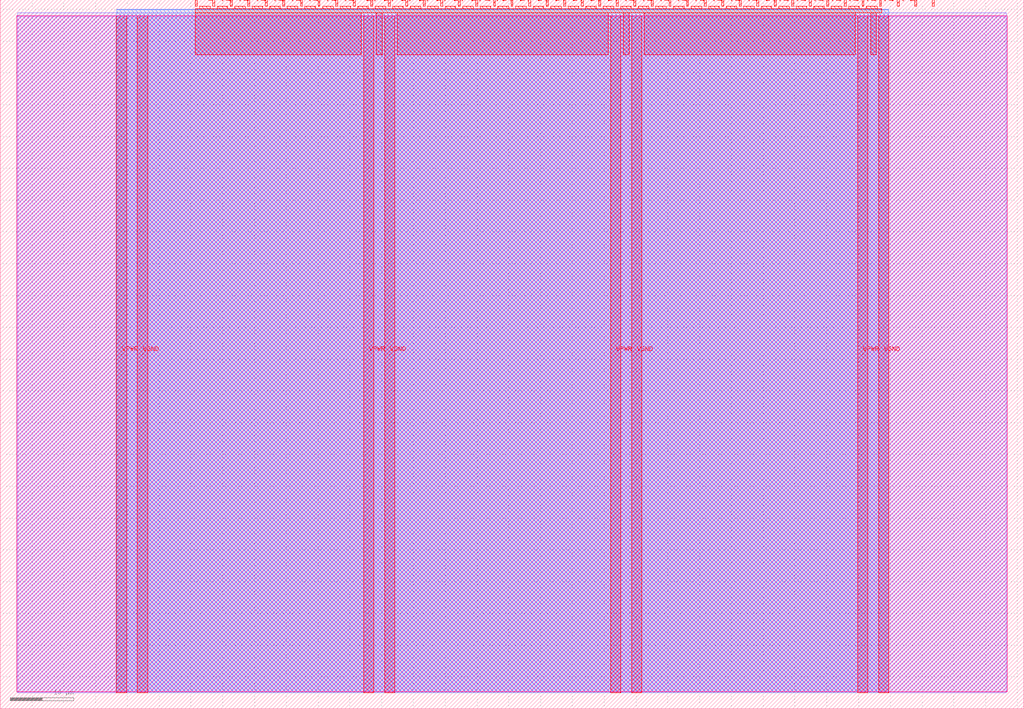
<source format=lef>
VERSION 5.7 ;
  NOWIREEXTENSIONATPIN ON ;
  DIVIDERCHAR "/" ;
  BUSBITCHARS "[]" ;
MACRO tt_um_C_1_4bit_multiplier
  CLASS BLOCK ;
  FOREIGN tt_um_C_1_4bit_multiplier ;
  ORIGIN 0.000 0.000 ;
  SIZE 161.000 BY 111.520 ;
  PIN VGND
    DIRECTION INOUT ;
    USE GROUND ;
    PORT
      LAYER met4 ;
        RECT 21.580 2.480 23.180 109.040 ;
    END
    PORT
      LAYER met4 ;
        RECT 60.450 2.480 62.050 109.040 ;
    END
    PORT
      LAYER met4 ;
        RECT 99.320 2.480 100.920 109.040 ;
    END
    PORT
      LAYER met4 ;
        RECT 138.190 2.480 139.790 109.040 ;
    END
  END VGND
  PIN VPWR
    DIRECTION INOUT ;
    USE POWER ;
    PORT
      LAYER met4 ;
        RECT 18.280 2.480 19.880 109.040 ;
    END
    PORT
      LAYER met4 ;
        RECT 57.150 2.480 58.750 109.040 ;
    END
    PORT
      LAYER met4 ;
        RECT 96.020 2.480 97.620 109.040 ;
    END
    PORT
      LAYER met4 ;
        RECT 134.890 2.480 136.490 109.040 ;
    END
  END VPWR
  PIN clk
    DIRECTION INPUT ;
    USE SIGNAL ;
    PORT
      LAYER met4 ;
        RECT 143.830 110.520 144.130 111.520 ;
    END
  END clk
  PIN ena
    DIRECTION INPUT ;
    USE SIGNAL ;
    PORT
      LAYER met4 ;
        RECT 146.590 110.520 146.890 111.520 ;
    END
  END ena
  PIN rst_n
    DIRECTION INPUT ;
    USE SIGNAL ;
    PORT
      LAYER met4 ;
        RECT 141.070 110.520 141.370 111.520 ;
    END
  END rst_n
  PIN ui_in[0]
    DIRECTION INPUT ;
    USE SIGNAL ;
    ANTENNAGATEAREA 0.213000 ;
    PORT
      LAYER met4 ;
        RECT 138.310 110.520 138.610 111.520 ;
    END
  END ui_in[0]
  PIN ui_in[1]
    DIRECTION INPUT ;
    USE SIGNAL ;
    ANTENNAGATEAREA 0.213000 ;
    PORT
      LAYER met4 ;
        RECT 135.550 110.520 135.850 111.520 ;
    END
  END ui_in[1]
  PIN ui_in[2]
    DIRECTION INPUT ;
    USE SIGNAL ;
    ANTENNAGATEAREA 0.213000 ;
    PORT
      LAYER met4 ;
        RECT 132.790 110.520 133.090 111.520 ;
    END
  END ui_in[2]
  PIN ui_in[3]
    DIRECTION INPUT ;
    USE SIGNAL ;
    ANTENNAGATEAREA 0.213000 ;
    PORT
      LAYER met4 ;
        RECT 130.030 110.520 130.330 111.520 ;
    END
  END ui_in[3]
  PIN ui_in[4]
    DIRECTION INPUT ;
    USE SIGNAL ;
    ANTENNAGATEAREA 0.213000 ;
    PORT
      LAYER met4 ;
        RECT 127.270 110.520 127.570 111.520 ;
    END
  END ui_in[4]
  PIN ui_in[5]
    DIRECTION INPUT ;
    USE SIGNAL ;
    ANTENNAGATEAREA 0.159000 ;
    PORT
      LAYER met4 ;
        RECT 124.510 110.520 124.810 111.520 ;
    END
  END ui_in[5]
  PIN ui_in[6]
    DIRECTION INPUT ;
    USE SIGNAL ;
    ANTENNAGATEAREA 0.213000 ;
    PORT
      LAYER met4 ;
        RECT 121.750 110.520 122.050 111.520 ;
    END
  END ui_in[6]
  PIN ui_in[7]
    DIRECTION INPUT ;
    USE SIGNAL ;
    ANTENNAGATEAREA 0.213000 ;
    PORT
      LAYER met4 ;
        RECT 118.990 110.520 119.290 111.520 ;
    END
  END ui_in[7]
  PIN uio_in[0]
    DIRECTION INPUT ;
    USE SIGNAL ;
    PORT
      LAYER met4 ;
        RECT 116.230 110.520 116.530 111.520 ;
    END
  END uio_in[0]
  PIN uio_in[1]
    DIRECTION INPUT ;
    USE SIGNAL ;
    PORT
      LAYER met4 ;
        RECT 113.470 110.520 113.770 111.520 ;
    END
  END uio_in[1]
  PIN uio_in[2]
    DIRECTION INPUT ;
    USE SIGNAL ;
    PORT
      LAYER met4 ;
        RECT 110.710 110.520 111.010 111.520 ;
    END
  END uio_in[2]
  PIN uio_in[3]
    DIRECTION INPUT ;
    USE SIGNAL ;
    PORT
      LAYER met4 ;
        RECT 107.950 110.520 108.250 111.520 ;
    END
  END uio_in[3]
  PIN uio_in[4]
    DIRECTION INPUT ;
    USE SIGNAL ;
    PORT
      LAYER met4 ;
        RECT 105.190 110.520 105.490 111.520 ;
    END
  END uio_in[4]
  PIN uio_in[5]
    DIRECTION INPUT ;
    USE SIGNAL ;
    PORT
      LAYER met4 ;
        RECT 102.430 110.520 102.730 111.520 ;
    END
  END uio_in[5]
  PIN uio_in[6]
    DIRECTION INPUT ;
    USE SIGNAL ;
    PORT
      LAYER met4 ;
        RECT 99.670 110.520 99.970 111.520 ;
    END
  END uio_in[6]
  PIN uio_in[7]
    DIRECTION INPUT ;
    USE SIGNAL ;
    PORT
      LAYER met4 ;
        RECT 96.910 110.520 97.210 111.520 ;
    END
  END uio_in[7]
  PIN uio_oe[0]
    DIRECTION OUTPUT ;
    USE SIGNAL ;
    PORT
      LAYER met4 ;
        RECT 49.990 110.520 50.290 111.520 ;
    END
  END uio_oe[0]
  PIN uio_oe[1]
    DIRECTION OUTPUT ;
    USE SIGNAL ;
    PORT
      LAYER met4 ;
        RECT 47.230 110.520 47.530 111.520 ;
    END
  END uio_oe[1]
  PIN uio_oe[2]
    DIRECTION OUTPUT ;
    USE SIGNAL ;
    PORT
      LAYER met4 ;
        RECT 44.470 110.520 44.770 111.520 ;
    END
  END uio_oe[2]
  PIN uio_oe[3]
    DIRECTION OUTPUT ;
    USE SIGNAL ;
    PORT
      LAYER met4 ;
        RECT 41.710 110.520 42.010 111.520 ;
    END
  END uio_oe[3]
  PIN uio_oe[4]
    DIRECTION OUTPUT ;
    USE SIGNAL ;
    PORT
      LAYER met4 ;
        RECT 38.950 110.520 39.250 111.520 ;
    END
  END uio_oe[4]
  PIN uio_oe[5]
    DIRECTION OUTPUT ;
    USE SIGNAL ;
    PORT
      LAYER met4 ;
        RECT 36.190 110.520 36.490 111.520 ;
    END
  END uio_oe[5]
  PIN uio_oe[6]
    DIRECTION OUTPUT ;
    USE SIGNAL ;
    PORT
      LAYER met4 ;
        RECT 33.430 110.520 33.730 111.520 ;
    END
  END uio_oe[6]
  PIN uio_oe[7]
    DIRECTION OUTPUT ;
    USE SIGNAL ;
    PORT
      LAYER met4 ;
        RECT 30.670 110.520 30.970 111.520 ;
    END
  END uio_oe[7]
  PIN uio_out[0]
    DIRECTION OUTPUT ;
    USE SIGNAL ;
    PORT
      LAYER met4 ;
        RECT 72.070 110.520 72.370 111.520 ;
    END
  END uio_out[0]
  PIN uio_out[1]
    DIRECTION OUTPUT ;
    USE SIGNAL ;
    PORT
      LAYER met4 ;
        RECT 69.310 110.520 69.610 111.520 ;
    END
  END uio_out[1]
  PIN uio_out[2]
    DIRECTION OUTPUT ;
    USE SIGNAL ;
    PORT
      LAYER met4 ;
        RECT 66.550 110.520 66.850 111.520 ;
    END
  END uio_out[2]
  PIN uio_out[3]
    DIRECTION OUTPUT ;
    USE SIGNAL ;
    PORT
      LAYER met4 ;
        RECT 63.790 110.520 64.090 111.520 ;
    END
  END uio_out[3]
  PIN uio_out[4]
    DIRECTION OUTPUT ;
    USE SIGNAL ;
    PORT
      LAYER met4 ;
        RECT 61.030 110.520 61.330 111.520 ;
    END
  END uio_out[4]
  PIN uio_out[5]
    DIRECTION OUTPUT ;
    USE SIGNAL ;
    PORT
      LAYER met4 ;
        RECT 58.270 110.520 58.570 111.520 ;
    END
  END uio_out[5]
  PIN uio_out[6]
    DIRECTION OUTPUT ;
    USE SIGNAL ;
    PORT
      LAYER met4 ;
        RECT 55.510 110.520 55.810 111.520 ;
    END
  END uio_out[6]
  PIN uio_out[7]
    DIRECTION OUTPUT ;
    USE SIGNAL ;
    PORT
      LAYER met4 ;
        RECT 52.750 110.520 53.050 111.520 ;
    END
  END uio_out[7]
  PIN uo_out[0]
    DIRECTION OUTPUT ;
    USE SIGNAL ;
    ANTENNADIFFAREA 0.643500 ;
    PORT
      LAYER met4 ;
        RECT 94.150 110.520 94.450 111.520 ;
    END
  END uo_out[0]
  PIN uo_out[1]
    DIRECTION OUTPUT ;
    USE SIGNAL ;
    ANTENNADIFFAREA 0.445500 ;
    PORT
      LAYER met4 ;
        RECT 91.390 110.520 91.690 111.520 ;
    END
  END uo_out[1]
  PIN uo_out[2]
    DIRECTION OUTPUT ;
    USE SIGNAL ;
    ANTENNADIFFAREA 0.445500 ;
    PORT
      LAYER met4 ;
        RECT 88.630 110.520 88.930 111.520 ;
    END
  END uo_out[2]
  PIN uo_out[3]
    DIRECTION OUTPUT ;
    USE SIGNAL ;
    ANTENNADIFFAREA 0.445500 ;
    PORT
      LAYER met4 ;
        RECT 85.870 110.520 86.170 111.520 ;
    END
  END uo_out[3]
  PIN uo_out[4]
    DIRECTION OUTPUT ;
    USE SIGNAL ;
    ANTENNADIFFAREA 0.445500 ;
    PORT
      LAYER met4 ;
        RECT 83.110 110.520 83.410 111.520 ;
    END
  END uo_out[4]
  PIN uo_out[5]
    DIRECTION OUTPUT ;
    USE SIGNAL ;
    ANTENNADIFFAREA 0.795200 ;
    PORT
      LAYER met4 ;
        RECT 80.350 110.520 80.650 111.520 ;
    END
  END uo_out[5]
  PIN uo_out[6]
    DIRECTION OUTPUT ;
    USE SIGNAL ;
    ANTENNADIFFAREA 0.795200 ;
    PORT
      LAYER met4 ;
        RECT 77.590 110.520 77.890 111.520 ;
    END
  END uo_out[6]
  PIN uo_out[7]
    DIRECTION OUTPUT ;
    USE SIGNAL ;
    ANTENNADIFFAREA 0.445500 ;
    PORT
      LAYER met4 ;
        RECT 74.830 110.520 75.130 111.520 ;
    END
  END uo_out[7]
  OBS
      LAYER nwell ;
        RECT 2.570 2.635 158.430 108.990 ;
      LAYER li1 ;
        RECT 2.760 2.635 158.240 108.885 ;
      LAYER met1 ;
        RECT 2.760 2.480 158.240 109.440 ;
      LAYER met2 ;
        RECT 18.310 2.535 139.760 110.005 ;
      LAYER met3 ;
        RECT 18.290 2.555 139.780 109.985 ;
      LAYER met4 ;
        RECT 31.370 110.120 33.030 110.520 ;
        RECT 34.130 110.120 35.790 110.520 ;
        RECT 36.890 110.120 38.550 110.520 ;
        RECT 39.650 110.120 41.310 110.520 ;
        RECT 42.410 110.120 44.070 110.520 ;
        RECT 45.170 110.120 46.830 110.520 ;
        RECT 47.930 110.120 49.590 110.520 ;
        RECT 50.690 110.120 52.350 110.520 ;
        RECT 53.450 110.120 55.110 110.520 ;
        RECT 56.210 110.120 57.870 110.520 ;
        RECT 58.970 110.120 60.630 110.520 ;
        RECT 61.730 110.120 63.390 110.520 ;
        RECT 64.490 110.120 66.150 110.520 ;
        RECT 67.250 110.120 68.910 110.520 ;
        RECT 70.010 110.120 71.670 110.520 ;
        RECT 72.770 110.120 74.430 110.520 ;
        RECT 75.530 110.120 77.190 110.520 ;
        RECT 78.290 110.120 79.950 110.520 ;
        RECT 81.050 110.120 82.710 110.520 ;
        RECT 83.810 110.120 85.470 110.520 ;
        RECT 86.570 110.120 88.230 110.520 ;
        RECT 89.330 110.120 90.990 110.520 ;
        RECT 92.090 110.120 93.750 110.520 ;
        RECT 94.850 110.120 96.510 110.520 ;
        RECT 97.610 110.120 99.270 110.520 ;
        RECT 100.370 110.120 102.030 110.520 ;
        RECT 103.130 110.120 104.790 110.520 ;
        RECT 105.890 110.120 107.550 110.520 ;
        RECT 108.650 110.120 110.310 110.520 ;
        RECT 111.410 110.120 113.070 110.520 ;
        RECT 114.170 110.120 115.830 110.520 ;
        RECT 116.930 110.120 118.590 110.520 ;
        RECT 119.690 110.120 121.350 110.520 ;
        RECT 122.450 110.120 124.110 110.520 ;
        RECT 125.210 110.120 126.870 110.520 ;
        RECT 127.970 110.120 129.630 110.520 ;
        RECT 130.730 110.120 132.390 110.520 ;
        RECT 133.490 110.120 135.150 110.520 ;
        RECT 136.250 110.120 137.910 110.520 ;
        RECT 30.655 109.440 138.625 110.120 ;
        RECT 30.655 102.855 56.750 109.440 ;
        RECT 59.150 102.855 60.050 109.440 ;
        RECT 62.450 102.855 95.620 109.440 ;
        RECT 98.020 102.855 98.920 109.440 ;
        RECT 101.320 102.855 134.490 109.440 ;
        RECT 136.890 102.855 137.790 109.440 ;
  END
END tt_um_C_1_4bit_multiplier
END LIBRARY


</source>
